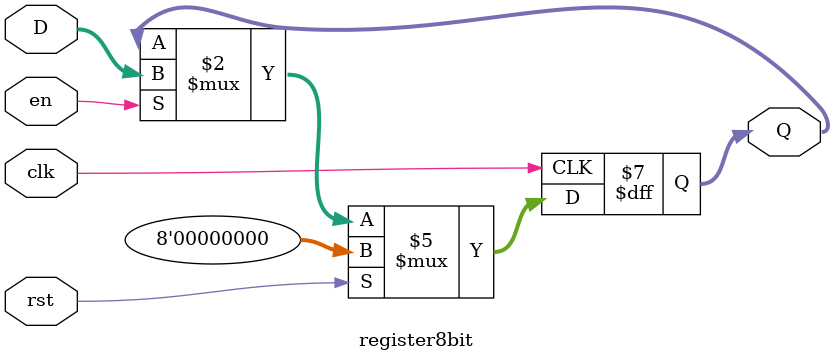
<source format=v>
module register8bit (
		input clk,
		input rst,
		input en,
		input [7:0]D,
		output reg[7:0]Q
		);
		
		always @ (posedge clk)
			if (rst)
				Q <= 0;
			else if (en)
				Q <= D;
endmodule

</source>
